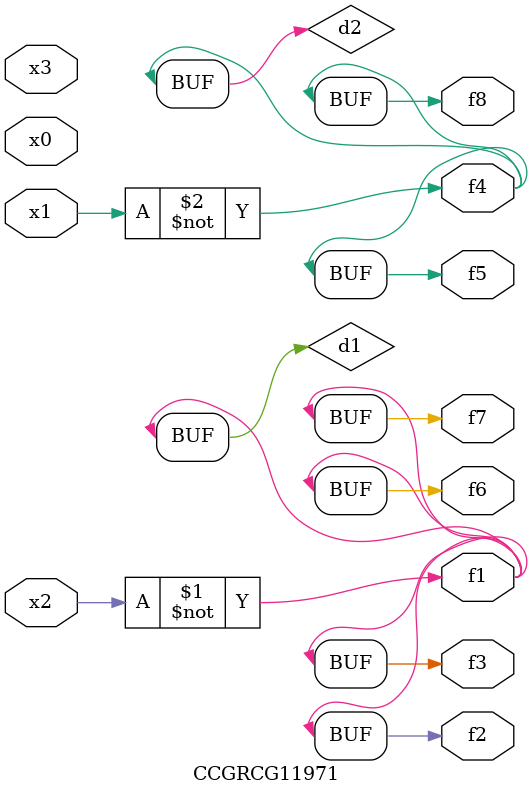
<source format=v>
module CCGRCG11971(
	input x0, x1, x2, x3,
	output f1, f2, f3, f4, f5, f6, f7, f8
);

	wire d1, d2;

	xnor (d1, x2);
	not (d2, x1);
	assign f1 = d1;
	assign f2 = d1;
	assign f3 = d1;
	assign f4 = d2;
	assign f5 = d2;
	assign f6 = d1;
	assign f7 = d1;
	assign f8 = d2;
endmodule

</source>
